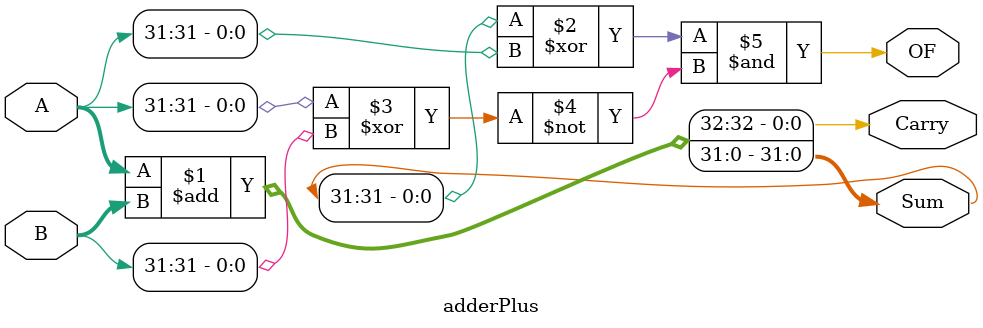
<source format=v>
module adderPlus #(parameter N = 32 ) (A,B,Sum,Carry,OF);
input [N-1:0] A, B;
output [N-1:0] Sum;
output Carry;
output OF;

assign {Carry,Sum} = A + B;

assign OF = ((Sum[N-1]^A[N-1])&(~(A[N-1]^B[N-1])));

endmodule


</source>
